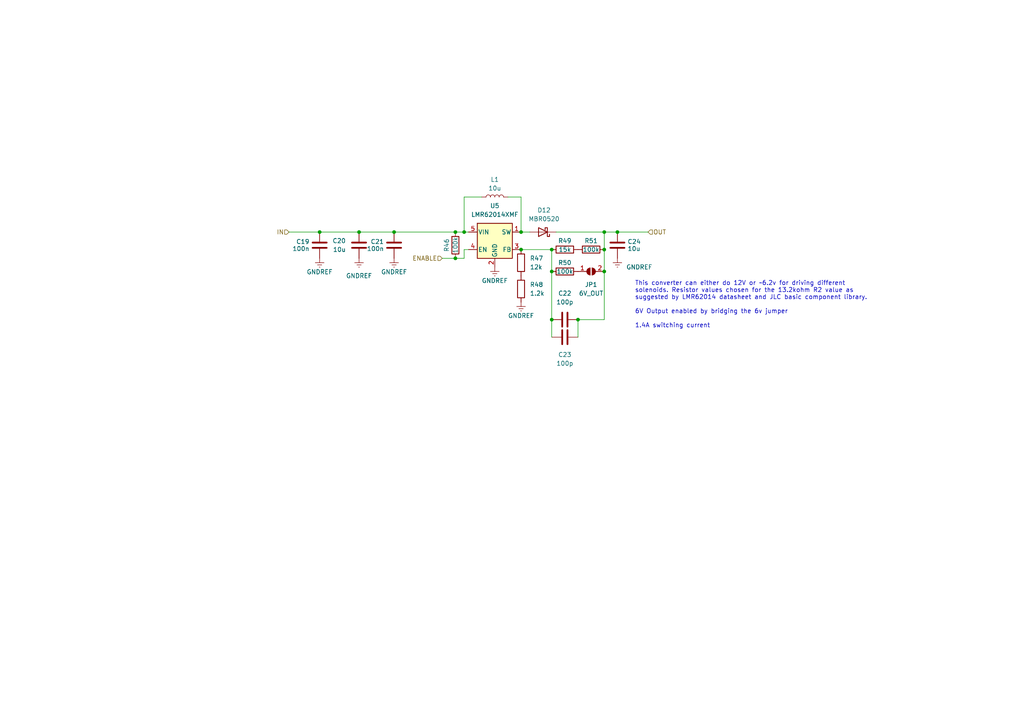
<source format=kicad_sch>
(kicad_sch (version 20230121) (generator eeschema)
  (paper "A4")
  (title_block (title "DiveCAN Head") (date "2024-01-08") (rev "2.2 (DRAFT)") (company "Aren Leishman"))
  (lib_symbols
    (symbol "Jumper:SolderJumper_2_Open" (pin_names (offset 0) hide)
      (property "Reference" "JP" (at 0 2.032 0))
      (property "Value" "SolderJumper_2_Open" (at 0 -2.54 0))
      (symbol "SolderJumper_2_Open_0_1"
        (arc (start -0.254 1.016) (mid -1.2656 0) (end -0.254 -1.016))
        (arc (start -0.254 1.016) (mid -1.2656 0) (end -0.254 -1.016) (fill (type outline)))
        (polyline (pts (xy -0.254 1.016) (xy -0.254 -1.016)))
        (polyline (pts (xy 0.254 1.016) (xy 0.254 -1.016)))
        (arc (start 0.254 -1.016) (mid 1.2656 0) (end 0.254 1.016))
        (arc (start 0.254 -1.016) (mid 1.2656 0) (end 0.254 1.016) (fill (type outline)))
      )
      (symbol "SolderJumper_2_Open_1_1"
        (pin passive line (at -3.81 0 0) (length 2.54) (name "A") (number "1"))
        (pin passive line (at 3.81 0 180) (length 2.54) (name "B") (number "2"))
      )
    )
    (symbol "Library:C" (pin_numbers hide) (pin_names (offset 0.254))
      (property "Reference" "C" (at 0.635 2.54 0))
      (property "Value" "C" (at 0.635 -2.54 0))
      (symbol "C_0_1"
        (polyline (pts (xy -2.032 -0.762) (xy 2.032 -0.762)) (stroke (width 0.508)))
        (polyline (pts (xy -2.032 0.762) (xy 2.032 0.762)) (stroke (width 0.508)))
      )
      (symbol "C_1_1"
        (pin passive line (at 0 3.81 270) (length 2.794) (name "~") (number "1"))
        (pin passive line (at 0 -3.81 90) (length 2.794) (name "~") (number "2"))
      )
    )
    (symbol "Library:L" (pin_numbers hide) (pin_names (offset 1.016) hide)
      (property "Reference" "L" (at -1.27 0 90))
      (property "Value" "L" (at 1.905 0 90))
      (symbol "L_0_1"
        (arc (start 0 -2.54) (mid 0.6323 -1.905) (end 0 -1.27))
        (arc (start 0 -1.27) (mid 0.6323 -0.635) (end 0 0))
        (arc (start 0 0) (mid 0.6323 0.635) (end 0 1.27))
        (arc (start 0 1.27) (mid 0.6323 1.905) (end 0 2.54))
      )
      (symbol "L_1_1"
        (pin passive line (at 0 3.81 270) (length 1.27) (name "1") (number "1"))
        (pin passive line (at 0 -3.81 90) (length 1.27) (name "2") (number "2"))
      )
    )
    (symbol "Library:MBR0520" (pin_numbers hide) (pin_names (offset 1.016) hide)
      (property "Reference" "D" (at 0 2.54 0))
      (property "Value" "MBR0520" (at 0 -2.54 0))
      (symbol "MBR0520_0_1"
        (polyline (pts (xy 1.27 0) (xy -1.27 0)))
        (polyline (pts (xy 1.27 1.27) (xy 1.27 -1.27) (xy -1.27 0) (xy 1.27 1.27)) (stroke (width 0.254)))
        (polyline (pts (xy -1.905 0.635) (xy -1.905 1.27) (xy -1.27 1.27) (xy -1.27 -1.27) (xy -0.635 -1.27) (xy -0.635 -0.635)) (stroke (width 0.254)))
      )
      (symbol "MBR0520_1_1"
        (pin passive line (at -3.81 0 0) (length 2.54) (name "K") (number "1"))
        (pin passive line (at 3.81 0 180) (length 2.54) (name "A") (number "2"))
      )
    )
    (symbol "Library:R" (pin_numbers hide) (pin_names (offset 0))
      (property "Reference" "R" (at 2.032 0 90))
      (property "Value" "R" (at 0 0 90))
      (symbol "R_0_1"
        (rectangle (start -1.016 -2.54) (end 1.016 2.54) (stroke (width 0.254)))
      )
      (symbol "R_1_1"
        (pin passive line (at 0 3.81 270) (length 1.27) (name "~") (number "1"))
        (pin passive line (at 0 -3.81 90) (length 1.27) (name "~") (number "2"))
      )
    )
    (symbol "Regulator_Switching:LMR62014XMF" (pin_names (offset 0.254))
      (property "Reference" "U" (at -5.08 6.35 0))
      (property "Value" "LMR62014XMF" (at 0 6.35 0))
      (symbol "LMR62014XMF_0_1"
        (rectangle (start -5.08 5.08) (end 5.08 -5.08) (stroke (width 0.254)) (fill (type background)))
      )
      (symbol "LMR62014XMF_1_1"
        (pin output line (at 7.62 2.54 180) (length 2.54) (name "SW") (number "1"))
        (pin power_in line (at 0 -7.62 90) (length 2.54) (name "GND") (number "2"))
        (pin input line (at 7.62 -2.54 180) (length 2.54) (name "FB") (number "3"))
        (pin input line (at -7.62 -2.54 0) (length 2.54) (name "EN") (number "4"))
        (pin input line (at -7.62 2.54 0) (length 2.54) (name "VIN") (number "5"))
      )
    )
    (symbol "power:GNDREF" (power) (pin_names (offset 0))
      (property "Value" "GNDREF" (at 0 -3.81 0))
      (symbol "GNDREF_0_1"
        (polyline (pts (xy -0.635 -1.905) (xy 0.635 -1.905)))
        (polyline (pts (xy -0.127 -2.54) (xy 0.127 -2.54)))
        (polyline (pts (xy 0 -1.27) (xy 0 0)))
        (polyline (pts (xy 1.27 -1.27) (xy -1.27 -1.27)))
      )
      (symbol "GNDREF_1_1"
        (pin power_in line (at 0 0 270) (length 0) hide (name "GNDREF") (number "1"))
      )
    )
  )
  (junction (at 175.26 72.39))
  (junction (at 167.64 92.71))
  (junction (at 132.08 74.93))
  (junction (at 132.08 67.31))
  (junction (at 134.62 67.31))
  (junction (at 151.13 67.31))
  (junction (at 175.26 67.31))
  (junction (at 179.07 67.31))
  (junction (at 92.71 67.31))
  (junction (at 160.02 72.39))
  (junction (at 160.02 92.71))
  (junction (at 104.14 67.31))
  (junction (at 151.13 72.39))
  (junction (at 114.3 67.31))
  (junction (at 160.02 78.74))
  (junction (at 175.26 78.74))
  (wire (pts (xy 134.62 72.39) (xy 135.89 72.39)))
  (wire (pts (xy 83.82 67.31) (xy 92.71 67.31)))
  (wire (pts (xy 161.29 67.31) (xy 175.26 67.31)))
  (wire (pts (xy 151.13 72.39) (xy 160.02 72.39)))
  (wire (pts (xy 147.32 57.15) (xy 151.13 57.15)))
  (wire (pts (xy 175.26 72.39) (xy 175.26 78.74)))
  (wire (pts (xy 134.62 74.93) (xy 134.62 72.39)))
  (wire (pts (xy 151.13 67.31) (xy 153.67 67.31)))
  (wire (pts (xy 132.08 74.93) (xy 134.62 74.93)))
  (wire (pts (xy 175.26 92.71) (xy 167.64 92.71)))
  (wire (pts (xy 134.62 67.31) (xy 135.89 67.31)))
  (wire (pts (xy 151.13 57.15) (xy 151.13 67.31)))
  (wire (pts (xy 175.26 67.31) (xy 179.07 67.31)))
  (wire (pts (xy 179.07 67.31) (xy 187.96 67.31)))
  (wire (pts (xy 160.02 92.71) (xy 160.02 97.79)))
  (wire (pts (xy 160.02 72.39) (xy 160.02 78.74)))
  (wire (pts (xy 175.26 78.74) (xy 175.26 92.71)))
  (wire (pts (xy 92.71 67.31) (xy 104.14 67.31)))
  (wire (pts (xy 175.26 67.31) (xy 175.26 72.39)))
  (wire (pts (xy 167.64 92.71) (xy 167.64 97.79)))
  (wire (pts (xy 134.62 57.15) (xy 139.7 57.15)))
  (wire (pts (xy 134.62 67.31) (xy 134.62 57.15)))
  (wire (pts (xy 104.14 67.31) (xy 114.3 67.31)))
  (wire (pts (xy 132.08 67.31) (xy 134.62 67.31)))
  (wire (pts (xy 114.3 67.31) (xy 132.08 67.31)))
  (wire (pts (xy 160.02 78.74) (xy 160.02 92.71)))
  (wire (pts (xy 128.27 74.93) (xy 132.08 74.93)))
  (text "This converter can either do 12V or ~6.2v for driving different\nsolenoids. Resistor values chosen for the 13.2kohm R2 value as \nsuggested by LMR62014 datasheet and JLC basic component library.\n\n6V Output enabled by bridging the 6v jumper\n\n1.4A switching current" (at 184.15 95.25 0) (effects (font (size 1.27 1.27)) (justify left bottom)))
  (hierarchical_label "ENABLE" (shape input) (at 128.27 74.93 180))
  (hierarchical_label "OUT" (shape input) (at 187.96 67.31 0))
  (hierarchical_label "IN" (shape input) (at 83.82 67.31 180))
  (symbol (lib_id "Library:MBR0520") (at 157.48 67.31 180) (unit 1)
    (property "Reference" "D12" (at 157.7975 60.96 0))
    (property "Value" "MBR0520" (at 157.7975 63.5 0))
    (property "Footprint" "Diode_SMD:D_SOD-123" (effects hide))
    (property "Datasheet" "http://www.mccsemi.com/up_pdf/MBR0520~MBR0580(SOD123).pdf" (effects hide))
    (property "MPN" "C5204745" (effects hide))
  )
  (symbol (lib_id "power:GNDREF") (at 92.71 74.93 0) (unit 1)
    (property "Reference" "#PWR052" (effects hide))
    (property "Value" "GNDREF" (at 92.71 78.875 0))
  )
  (symbol (lib_id "Library:R") (at 163.83 72.39 90) (unit 1)
    (property "Reference" "R49" (at 163.83 69.85 90))
    (property "Value" "15k" (at 163.83 72.39 90))
    (property "Footprint" "Resistor_SMD:R_0402_1005Metric" (effects hide))
    (property "MPN" "C25756" (effects hide))
  )
  (symbol (lib_id "Library:R") (at 151.13 76.2 0) (unit 1)
    (property "Reference" "R47" (at 153.67 74.93 0) (effects (justify left)))
    (property "Value" "12k" (at 153.67 77.47 0) (effects (justify left)))
    (property "Footprint" "Resistor_SMD:R_0402_1005Metric" (effects hide))
    (property "MPN" "C25752" (effects hide))
  )
  (symbol (lib_id "Library:R") (at 132.08 71.12 180) (unit 1)
    (property "Reference" "R46" (at 129.54 71.12 90))
    (property "Value" "100k" (at 132.08 71.12 90))
    (property "Footprint" "Resistor_SMD:R_0402_1005Metric" (effects hide))
    (property "MPN" "C25741" (effects hide))
  )
  (symbol (lib_id "power:GNDREF") (at 151.13 87.63 0) (unit 1)
    (property "Reference" "#PWR056" (effects hide))
    (property "Value" "GNDREF" (at 151.13 91.575 0))
  )
  (symbol (lib_id "Regulator_Switching:LMR62014XMF") (at 143.51 69.85 0) (unit 1)
    (property "Reference" "U5" (at 143.51 59.69 0))
    (property "Value" "LMR62014XMF" (at 143.51 62.23 0))
    (property "Footprint" "Package_TO_SOT_SMD:SOT-23-5" (effects hide))
    (property "Datasheet" "http://www.ti.com/lit/ds/symlink/lmr62014.pdf" (effects hide))
    (property "MPN" "C468235" (effects hide))
    (property "JLCPCB Position Offset" "-90" (effects hide))
  )
  (symbol (lib_id "Library:C") (at 114.3 71.12 180) (unit 1)
    (property "Reference" "C21" (at 111.3791 70.096 0) (effects (justify left)))
    (property "Value" "100n" (at 111.3791 72.144 0) (effects (justify left)))
    (property "Footprint" "Capacitor_SMD:C_0603_1608Metric" (effects hide))
    (property "MPN" "C14663" (effects hide))
  )
  (symbol (lib_id "power:GNDREF") (at 114.3 74.93 0) (unit 1)
    (property "Reference" "#PWR054" (effects hide))
    (property "Value" "GNDREF" (at 114.3 78.875 0))
  )
  (symbol (lib_id "Library:R") (at 163.83 78.74 90) (unit 1)
    (property "Reference" "R50" (at 163.83 76.2 90))
    (property "Value" "100k" (at 163.83 78.74 90))
    (property "Footprint" "Resistor_SMD:R_0402_1005Metric" (effects hide))
    (property "MPN" "C25741" (effects hide))
  )
  (symbol (lib_id "Library:C") (at 104.14 71.12 0) (unit 1)
    (property "Reference" "C20" (at 100.33 69.85 0) (effects (justify right)))
    (property "Value" "10u" (at 100.33 72.39 0) (effects (justify right)))
    (property "Footprint" "Capacitor_SMD:C_0603_1608Metric" (effects hide))
    (property "MPN" "C96446" (effects hide))
  )
  (symbol (lib_id "power:GNDREF") (at 179.07 74.93 0) (unit 1)
    (property "Reference" "#PWR057" (effects hide))
    (property "Value" "GNDREF" (at 185.42 77.47 0))
  )
  (symbol (lib_id "Jumper:SolderJumper_2_Open") (at 171.45 78.74 0) (unit 1) (in_bom no)
    (property "Reference" "JP1" (at 171.45 82.55 0))
    (property "Value" "6V_OUT" (at 171.45 85.09 0))
    (property "Footprint" "Jumper:SolderJumper-2_P1.3mm_Open_TrianglePad1.0x1.5mm" (effects hide))
  )
  (symbol (lib_id "Library:C") (at 163.83 97.79 270) (unit 1)
    (property "Reference" "C23" (at 163.83 102.87 90))
    (property "Value" "100p" (at 163.83 105.41 90))
    (property "Footprint" "Capacitor_SMD:C_0402_1005Metric" (effects hide))
    (property "MPN" "C1546" (effects hide))
  )
  (symbol (lib_id "Library:C") (at 163.83 92.71 270) (unit 1)
    (property "Reference" "C22" (at 163.83 85.09 90))
    (property "Value" "100p" (at 163.83 87.63 90))
    (property "Footprint" "Capacitor_SMD:C_0402_1005Metric" (effects hide))
    (property "MPN" "C1546" (effects hide))
  )
  (symbol (lib_id "power:GNDREF") (at 143.51 77.47 0) (unit 1)
    (property "Reference" "#PWR055" (effects hide))
    (property "Value" "GNDREF" (at 143.51 81.415 0))
  )
  (symbol (lib_id "Library:R") (at 151.13 83.82 0) (unit 1)
    (property "Reference" "R48" (at 153.67 82.55 0) (effects (justify left)))
    (property "Value" "1.2k" (at 153.67 85.09 0) (effects (justify left)))
    (property "Footprint" "Resistor_SMD:R_0402_1005Metric" (effects hide))
    (property "MPN" "C25862" (effects hide))
  )
  (symbol (lib_id "Library:R") (at 171.45 72.39 90) (unit 1)
    (property "Reference" "R51" (at 171.45 69.85 90))
    (property "Value" "100k" (at 171.45 72.39 90))
    (property "Footprint" "Resistor_SMD:R_0402_1005Metric" (effects hide))
    (property "MPN" "C25741" (effects hide))
  )
  (symbol (lib_id "Library:C") (at 179.07 71.12 0) (unit 1)
    (property "Reference" "C24" (at 181.991 70.096 0) (effects (justify left)))
    (property "Value" "10u" (at 181.991 72.144 0) (effects (justify left)))
    (property "Footprint" "Capacitor_SMD:C_0603_1608Metric" (effects hide))
    (property "MPN" "C96446" (effects hide))
  )
  (symbol (lib_id "power:GNDREF") (at 104.14 74.93 0) (unit 1)
    (property "Reference" "#PWR053" (effects hide))
    (property "Value" "GNDREF" (at 104.14 80.01 0))
  )
  (symbol (lib_id "Library:C") (at 92.71 71.12 180) (unit 1)
    (property "Reference" "C19" (at 89.7891 70.096 0) (effects (justify left)))
    (property "Value" "100n" (at 89.7891 72.144 0) (effects (justify left)))
    (property "Footprint" "Capacitor_SMD:C_0603_1608Metric" (effects hide))
    (property "MPN" "C14663" (effects hide))
  )
  (symbol (lib_id "Library:L") (at 143.51 57.15 90) (unit 1)
    (property "Reference" "L1" (at 143.51 52.07 90))
    (property "Value" "10u" (at 143.51 54.61 90))
    (property "Footprint" "Library:L_SunItech_SLO0530H" (effects hide))
    (property "MPN" "   C325966" (effects hide))
  )
)
</source>
